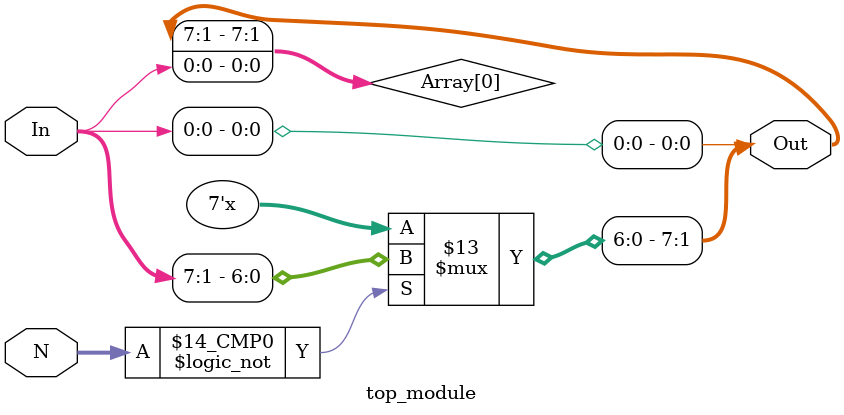
<source format=v>
module top_module(
  input  wire [2:0] N,
  input  wire [7:0] In,
  output reg  [7:0] Out
);

wire [7:0] Array[7:0];

assign Array[0][0]   = In[0];
assign Array[N][7:1] = In[7:1];

initial begin
  Out[0]   = Array[0][0];
  Out[7:1] = Array[0][7:1];
end

endmodule

</source>
